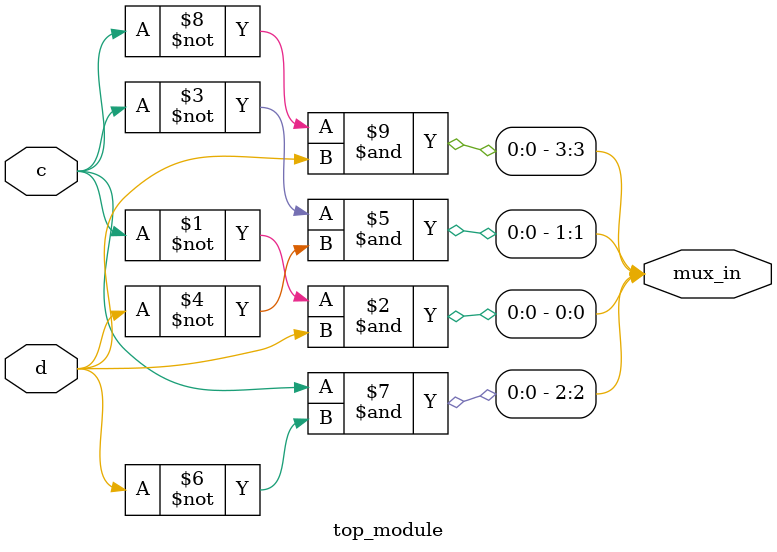
<source format=sv>
module top_module (
	input c,
	input d,
	output [3:0] mux_in
);

assign mux_in[0] = ~c & d;
assign mux_in[1] = ~c & ~d;
assign mux_in[2] = c & ~d;
assign mux_in[3] = ~c & d;

endmodule

</source>
